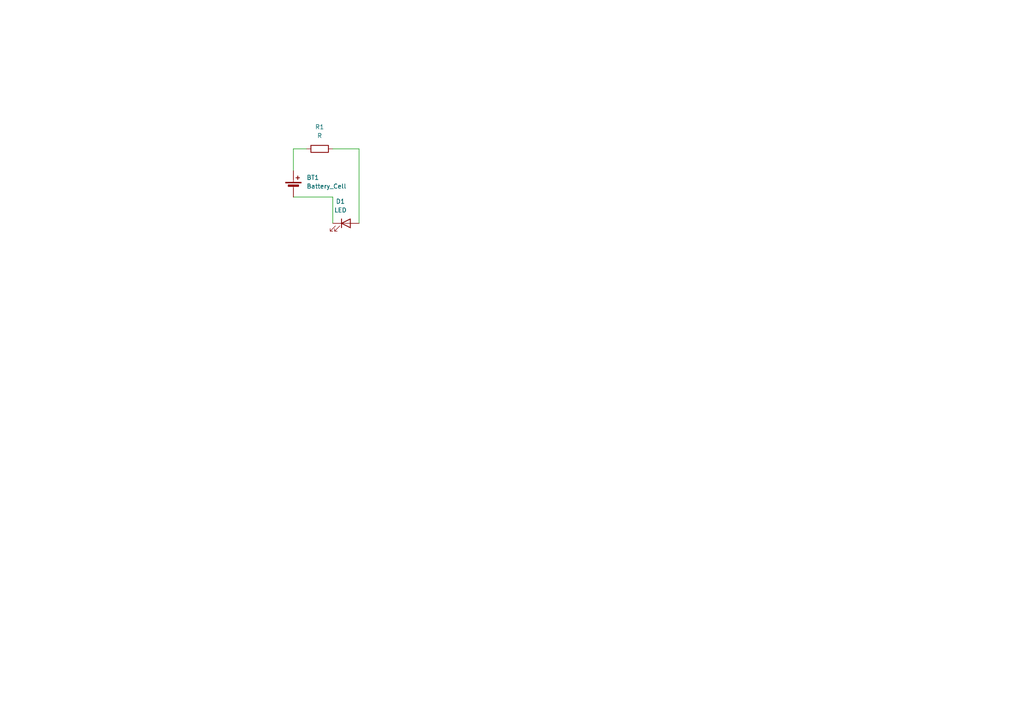
<source format=kicad_sch>
(kicad_sch (version 20231120) (generator "eeschema") (generator_version "8.0")
  (paper "A4")
  (lib_symbols
    (symbol "Device:Battery_Cell" (pin_numbers hide) (pin_names (offset 0) hide)
      (property "Reference" "BT" (at 2.54 2.54 0))
      (property "Value" "Battery_Cell" (at 2.54 0 0))
      (symbol "Battery_Cell_0_1"
        (rectangle (start -2.286 1.778) (end 2.286 1.524) (fill (type outline)))
        (rectangle (start -1.524 1.016) (end 1.524 0.508) (fill (type outline)))
        (polyline (pts (xy 0 0.762) (xy 0 0)))
        (polyline (pts (xy 0 1.778) (xy 0 2.54)))
        (polyline (pts (xy 0.762 3.048) (xy 1.778 3.048)) (stroke (width 0.254)))
        (polyline (pts (xy 1.27 3.556) (xy 1.27 2.54)) (stroke (width 0.254)))
      )
      (symbol "Battery_Cell_1_1"
        (pin passive line (at 0 5.08 270) (length 2.54) (name "+") (number "1"))
        (pin passive line (at 0 -2.54 90) (length 2.54) (name "-") (number "2"))
      )
    )
    (symbol "Device:LED" (pin_numbers hide) (pin_names (offset 1.016) hide)
      (property "Reference" "D" (at 0 2.54 0))
      (property "Value" "LED" (at 0 -2.54 0))
      (symbol "LED_0_1"
        (polyline (pts (xy -1.27 -1.27) (xy -1.27 1.27)) (stroke (width 0.254)))
        (polyline (pts (xy -1.27 0) (xy 1.27 0)))
        (polyline (pts (xy 1.27 -1.27) (xy 1.27 1.27) (xy -1.27 0) (xy 1.27 -1.27)) (stroke (width 0.254)))
        (polyline (pts (xy -3.048 -0.762) (xy -4.572 -2.286) (xy -3.81 -2.286) (xy -4.572 -2.286) (xy -4.572 -1.524)))
        (polyline (pts (xy -1.778 -0.762) (xy -3.302 -2.286) (xy -2.54 -2.286) (xy -3.302 -2.286) (xy -3.302 -1.524)))
      )
      (symbol "LED_1_1"
        (pin passive line (at -3.81 0 0) (length 2.54) (name "K") (number "1"))
        (pin passive line (at 3.81 0 180) (length 2.54) (name "A") (number "2"))
      )
    )
    (symbol "Device:R" (pin_numbers hide) (pin_names (offset 0))
      (property "Reference" "R" (at 2.032 0 90))
      (property "Value" "R" (at 0 0 90))
      (symbol "R_0_1"
        (rectangle (start -1.016 -2.54) (end 1.016 2.54) (stroke (width 0.254)))
      )
      (symbol "R_1_1"
        (pin passive line (at 0 3.81 270) (length 1.27) (name "~") (number "1"))
        (pin passive line (at 0 -3.81 90) (length 1.27) (name "~") (number "2"))
      )
    )
  )
  (wire (pts (xy 104.14 64.77) (xy 104.14 43.18)))
  (wire (pts (xy 85.09 43.18) (xy 85.09 49.53)))
  (wire (pts (xy 96.52 57.15) (xy 96.52 64.77)))
  (wire (pts (xy 85.09 57.15) (xy 96.52 57.15)))
  (wire (pts (xy 104.14 43.18) (xy 96.52 43.18)))
  (wire (pts (xy 88.9 43.18) (xy 85.09 43.18)))
  (symbol (lib_id "Device:LED") (at 100.33 64.77 0) (unit 1)
    (property "Reference" "D1" (at 98.7425 58.42 0))
    (property "Value" "LED" (at 98.7425 60.96 0))
    (property "Footprint" "Diode_SMD:D_0805_2012Metric_Pad1.15x1.40mm_HandSolder" (effects (hide yes)))
    (property "Description" "Light emitting diode" (effects (hide yes)))
  )
  (symbol (lib_id "Device:R") (at 92.71 43.18 270) (unit 1)
    (property "Reference" "R1" (at 92.71 36.83 90))
    (property "Value" "R" (at 92.71 39.37 90))
    (property "Footprint" "Resistor_SMD:R_0805_2012Metric_Pad1.20x1.40mm_HandSolder" (effects (hide yes)))
    (property "Description" "Resistor" (effects (hide yes)))
  )
  (symbol (lib_id "Device:Battery_Cell") (at 85.09 54.61 0) (unit 1)
    (property "Reference" "BT1" (at 88.9 51.4984 0) (effects (justify left)))
    (property "Value" "Battery_Cell" (at 88.9 54.0384 0) (effects (justify left)))
    (property "Footprint" "Battery:BatteryHolder_Seiko_MS621F" (effects (hide yes)))
    (property "Description" "Single-cell battery" (effects (hide yes)))
  )
)
</source>
